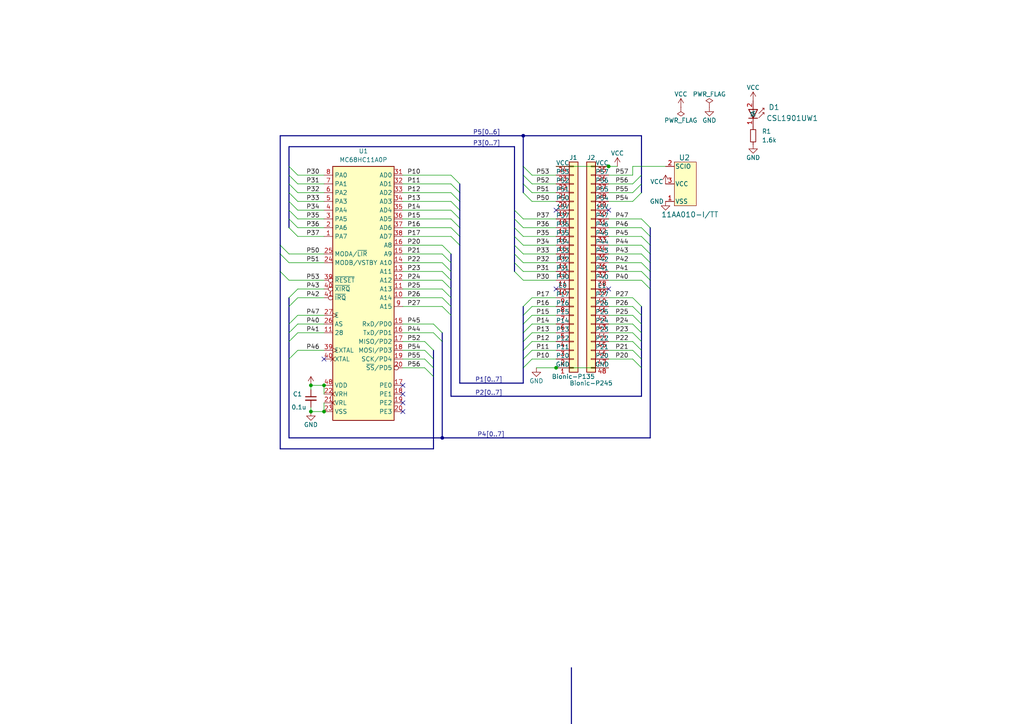
<source format=kicad_sch>
(kicad_sch (version 20230121) (generator eeschema)
  (paper "A4")
  (title_block (title "BionicMC68HC11A") (date "2024-03-27") (rev "2") (company "Tadashi G. Takaoka"))
  (lib_symbols
    (symbol "0-LocalLibrary:11AA010-I_TT" (pin_names (offset 0.254))
      (property "Reference" "U" (at 2.54 1.27 0))
      (property "Value" "11AA010-I/TT" (at 3.81 -13.97 0))
      (symbol "11AA010-I_TT_1_1"
        (rectangle (start 0 0) (end 6.35 -12.7) (fill (type background)))
        (pin power_in line (at -2.54 -11.43 0) (length 2.54) (name "VSS") (number "1"))
        (pin bidirectional line (at -2.54 -1.27 0) (length 2.54) (name "SCIO") (number "2"))
        (pin power_in line (at -2.54 -6.35 0) (length 2.54) (name "VCC") (number "3"))
      )
    )
    (symbol "0-LocalLibrary:Bionic-P135" (pin_names (offset 0))
      (property "Reference" "J" (at 0 30.48 0))
      (property "Value" "Bionic-P135" (at -1.27 -33.02 0))
      (symbol "Bionic-P135_1_1"
        (rectangle (start 0 -30.353) (end -1.27 -30.607) (stroke (width 0.1524)))
        (rectangle (start 0 -27.813) (end -1.27 -28.067) (stroke (width 0.1524)))
        (rectangle (start 0 -25.273) (end -1.27 -25.527) (stroke (width 0.1524)))
        (rectangle (start 0 -22.733) (end -1.27 -22.987) (stroke (width 0.1524)))
        (rectangle (start 0 -20.193) (end -1.27 -20.447) (stroke (width 0.1524)))
        (rectangle (start 0 -17.653) (end -1.27 -17.907) (stroke (width 0.1524)))
        (rectangle (start 0 -15.113) (end -1.27 -15.367) (stroke (width 0.1524)))
        (rectangle (start 0 -12.573) (end -1.27 -12.827) (stroke (width 0.1524)))
        (rectangle (start 0 -10.033) (end -1.27 -10.287) (stroke (width 0.1524)))
        (rectangle (start 0 -7.493) (end -1.27 -7.747) (stroke (width 0.1524)))
        (rectangle (start 0 -4.953) (end -1.27 -5.207) (stroke (width 0.1524)))
        (rectangle (start 0 -2.413) (end -1.27 -2.667) (stroke (width 0.1524)))
        (rectangle (start 0 0.127) (end -1.27 -0.127) (stroke (width 0.1524)))
        (rectangle (start 0 2.667) (end -1.27 2.413) (stroke (width 0.1524)))
        (rectangle (start 0 5.207) (end -1.27 4.953) (stroke (width 0.1524)))
        (rectangle (start 0 7.747) (end -1.27 7.493) (stroke (width 0.1524)))
        (rectangle (start 0 10.287) (end -1.27 10.033) (stroke (width 0.1524)))
        (rectangle (start 0 12.827) (end -1.27 12.573) (stroke (width 0.1524)))
        (rectangle (start 0 15.367) (end -1.27 15.113) (stroke (width 0.1524)))
        (rectangle (start 0 17.907) (end -1.27 17.653) (stroke (width 0.1524)))
        (rectangle (start 0 20.447) (end -1.27 20.193) (stroke (width 0.1524)))
        (rectangle (start 0 22.987) (end -1.27 22.733) (stroke (width 0.1524)))
        (rectangle (start 0 25.527) (end -1.27 25.273) (stroke (width 0.1524)))
        (rectangle (start 0 28.067) (end -1.27 27.813) (stroke (width 0.1524)))
        (rectangle (start 1.27 29.21) (end -1.27 -31.75) (stroke (width 0.254)) (fill (type background)))
        (pin power_in line (at -5.08 -30.48 0) (length 3.81) (name "GND") (number "1"))
        (pin bidirectional line (at -5.08 -7.62 0) (length 3.81) (name "E0") (number "10"))
        (pin bidirectional line (at -5.08 -5.08 0) (length 3.81) (name "P30") (number "11"))
        (pin bidirectional line (at -5.08 -2.54 0) (length 3.81) (name "P31") (number "12"))
        (pin bidirectional line (at -5.08 0 0) (length 3.81) (name "P32") (number "13"))
        (pin bidirectional line (at -5.08 2.54 0) (length 3.81) (name "P33") (number "14"))
        (pin bidirectional line (at -5.08 5.08 0) (length 3.81) (name "P34") (number "15"))
        (pin bidirectional line (at -5.08 7.62 0) (length 3.81) (name "P35") (number "16"))
        (pin bidirectional line (at -5.08 10.16 0) (length 3.81) (name "P36") (number "17"))
        (pin bidirectional line (at -5.08 12.7 0) (length 3.81) (name "P37") (number "18"))
        (pin power_in line (at -5.08 15.24 0) (length 3.81) (name "15V") (number "19"))
        (pin bidirectional line (at -5.08 -27.94 0) (length 3.81) (name "P10") (number "2"))
        (pin bidirectional line (at -5.08 17.78 0) (length 3.81) (name "P50") (number "20"))
        (pin bidirectional line (at -5.08 20.32 0) (length 3.81) (name "P51") (number "21"))
        (pin bidirectional line (at -5.08 22.86 0) (length 3.81) (name "P52") (number "22"))
        (pin bidirectional line (at -5.08 25.4 0) (length 3.81) (name "P53") (number "23"))
        (pin power_in line (at -5.08 27.94 0) (length 3.81) (name "VCC") (number "24"))
        (pin bidirectional line (at -5.08 -25.4 0) (length 3.81) (name "P11") (number "3"))
        (pin bidirectional line (at -5.08 -22.86 0) (length 3.81) (name "P12") (number "4"))
        (pin bidirectional line (at -5.08 -20.32 0) (length 3.81) (name "P13") (number "5"))
        (pin bidirectional line (at -5.08 -17.78 0) (length 3.81) (name "P14") (number "6"))
        (pin bidirectional line (at -5.08 -15.24 0) (length 3.81) (name "P15") (number "7"))
        (pin bidirectional line (at -5.08 -12.7 0) (length 3.81) (name "P16") (number "8"))
        (pin bidirectional line (at -5.08 -10.16 0) (length 3.81) (name "P17") (number "9"))
      )
    )
    (symbol "0-LocalLibrary:Bionic-P245" (pin_names (offset 0))
      (property "Reference" "J" (at -3.81 30.48 0))
      (property "Value" "Bionic-P245" (at -1.27 -33.02 0))
      (symbol "Bionic-P245_1_1"
        (rectangle (start -2.54 -30.607) (end -3.81 -30.353) (stroke (width 0.1524)))
        (rectangle (start -2.54 -28.067) (end -3.81 -27.813) (stroke (width 0.1524)))
        (rectangle (start -2.54 -25.527) (end -3.81 -25.273) (stroke (width 0.1524)))
        (rectangle (start -2.54 -22.987) (end -3.81 -22.733) (stroke (width 0.1524)))
        (rectangle (start -2.54 -20.447) (end -3.81 -20.193) (stroke (width 0.1524)))
        (rectangle (start -2.54 -17.907) (end -3.81 -17.653) (stroke (width 0.1524)))
        (rectangle (start -2.54 -15.367) (end -3.81 -15.113) (stroke (width 0.1524)))
        (rectangle (start -2.54 -12.827) (end -3.81 -12.573) (stroke (width 0.1524)))
        (rectangle (start -2.54 -10.287) (end -3.81 -10.033) (stroke (width 0.1524)))
        (rectangle (start -2.54 -7.747) (end -3.81 -7.493) (stroke (width 0.1524)))
        (rectangle (start -2.54 -5.207) (end -3.81 -4.953) (stroke (width 0.1524)))
        (rectangle (start -2.54 -2.667) (end -3.81 -2.413) (stroke (width 0.1524)))
        (rectangle (start -2.54 -0.127) (end -3.81 0.127) (stroke (width 0.1524)))
        (rectangle (start -2.54 2.413) (end -3.81 2.667) (stroke (width 0.1524)))
        (rectangle (start -2.54 4.953) (end -3.81 5.207) (stroke (width 0.1524)))
        (rectangle (start -2.54 7.493) (end -3.81 7.747) (stroke (width 0.1524)))
        (rectangle (start -2.54 10.033) (end -3.81 10.287) (stroke (width 0.1524)))
        (rectangle (start -2.54 12.573) (end -3.81 12.827) (stroke (width 0.1524)))
        (rectangle (start -2.54 15.113) (end -3.81 15.367) (stroke (width 0.1524)))
        (rectangle (start -2.54 17.653) (end -3.81 17.907) (stroke (width 0.1524)))
        (rectangle (start -2.54 20.193) (end -3.81 20.447) (stroke (width 0.1524)))
        (rectangle (start -2.54 22.733) (end -3.81 22.987) (stroke (width 0.1524)))
        (rectangle (start -2.54 25.273) (end -3.81 25.527) (stroke (width 0.1524)))
        (rectangle (start -2.54 27.813) (end -3.81 28.067) (stroke (width 0.1524)))
        (rectangle (start -2.54 29.21) (end -5.08 -31.75) (stroke (width 0.254)) (fill (type background)))
        (pin power_in line (at 1.27 27.94 180) (length 3.81) (name "VCC") (number "25"))
        (pin bidirectional line (at 1.27 25.4 180) (length 3.81) (name "P57") (number "26"))
        (pin bidirectional line (at 1.27 22.86 180) (length 3.81) (name "P56") (number "27"))
        (pin bidirectional line (at 1.27 20.32 180) (length 3.81) (name "P55") (number "28"))
        (pin bidirectional line (at 1.27 17.78 180) (length 3.81) (name "P54") (number "29"))
        (pin power_in line (at 1.27 15.24 180) (length 3.81) (name "15V") (number "30"))
        (pin bidirectional line (at 1.27 12.7 180) (length 3.81) (name "P47") (number "31"))
        (pin bidirectional line (at 1.27 10.16 180) (length 3.81) (name "P46") (number "32"))
        (pin bidirectional line (at 1.27 7.62 180) (length 3.81) (name "P45") (number "33"))
        (pin bidirectional line (at 1.27 5.08 180) (length 3.81) (name "P44") (number "34"))
        (pin bidirectional line (at 1.27 2.54 180) (length 3.81) (name "P43") (number "35"))
        (pin bidirectional line (at 1.27 0 180) (length 3.81) (name "P42") (number "36"))
        (pin bidirectional line (at 1.27 -2.54 180) (length 3.81) (name "P41") (number "37"))
        (pin bidirectional line (at 1.27 -5.08 180) (length 3.81) (name "P40") (number "38"))
        (pin bidirectional line (at 1.27 -7.62 180) (length 3.81) (name "E1") (number "39"))
        (pin bidirectional line (at 1.27 -10.16 180) (length 3.81) (name "P27") (number "40"))
        (pin bidirectional line (at 1.27 -12.7 180) (length 3.81) (name "P26") (number "41"))
        (pin bidirectional line (at 1.27 -15.24 180) (length 3.81) (name "P25") (number "42"))
        (pin bidirectional line (at 1.27 -17.78 180) (length 3.81) (name "P24") (number "43"))
        (pin bidirectional line (at 1.27 -20.32 180) (length 3.81) (name "P23") (number "44"))
        (pin bidirectional line (at 1.27 -22.86 180) (length 3.81) (name "P22") (number "45"))
        (pin bidirectional line (at 1.27 -25.4 180) (length 3.81) (name "P21") (number "46"))
        (pin bidirectional line (at 1.27 -27.94 180) (length 3.81) (name "P20") (number "47"))
        (pin power_in line (at 1.27 -30.48 180) (length 3.81) (name "GND") (number "48"))
      )
    )
    (symbol "0-LocalLibrary:CSL1901UW1" (pin_names (offset 0.254))
      (property "Reference" "D" (at 3.81 -2.54 0))
      (property "Value" "CSL1901UW1" (at 3.81 -5.08 0))
      (symbol "CSL1901UW1_0_1"
        (polyline (pts (xy 2.159 3.175) (xy 2.667 3.175)))
        (polyline (pts (xy 2.54 0) (xy 5.08 0)))
        (polyline (pts (xy 5.08 1.27) (xy 5.08 -1.27)) (stroke (width 0.254)))
        (polyline (pts (xy 3.683 1.651) (xy 2.159 3.175) (xy 2.159 2.667)))
        (polyline (pts (xy 2.54 -1.27) (xy 5.08 0) (xy 2.54 1.27) (xy 2.54 -1.27)) (stroke (width 0.254)))
        (polyline (pts (xy 4.953 1.651) (xy 3.429 3.175) (xy 3.429 2.667) (xy 3.429 3.175) (xy 3.937 3.175)))
      )
      (symbol "CSL1901UW1_1_1"
        (pin passive line (at 7.62 0 180) (length 2.54) (name "K") (number "1"))
        (pin passive line (at 0 0 0) (length 2.54) (name "A") (number "2"))
      )
      (symbol "CSL1901UW1_1_2"
        (polyline (pts (xy -5.08 7.62) (xy -4.445 8.255)) (stroke (width 0.2032)))
        (polyline (pts (xy -5.08 8.255) (xy -5.08 7.62)) (stroke (width 0.2032)))
        (polyline (pts (xy -4.445 6.35) (xy -3.81 6.985)) (stroke (width 0.2032)))
        (polyline (pts (xy -4.445 8.255) (xy -5.08 8.255)) (stroke (width 0.2032)))
        (polyline (pts (xy -4.445 9.525) (xy -3.81 10.16)) (stroke (width 0.2032)))
        (polyline (pts (xy -4.445 10.16) (xy -4.445 9.525)) (stroke (width 0.2032)))
        (polyline (pts (xy -3.81 6.985) (xy -5.08 8.255)) (stroke (width 0.2032)))
        (polyline (pts (xy -3.81 8.255) (xy -3.175 8.89)) (stroke (width 0.2032)))
        (polyline (pts (xy -3.81 10.16) (xy -4.445 10.16)) (stroke (width 0.2032)))
        (polyline (pts (xy -3.175 5.08) (xy -4.445 6.35)) (stroke (width 0.2032)))
        (polyline (pts (xy -3.175 8.89) (xy -4.445 10.16)) (stroke (width 0.2032)))
        (polyline (pts (xy -2.54 6.985) (xy -3.81 8.255)) (stroke (width 0.2032)))
        (polyline (pts (xy -1.905 3.81) (xy 1.905 3.81)) (stroke (width 0.2032)))
        (polyline (pts (xy 0 2.54) (xy 0 3.4798)) (stroke (width 0.2032)))
        (polyline (pts (xy 0 3.175) (xy 0 3.81)) (stroke (width 0.2032)))
        (polyline (pts (xy 0 6.35) (xy -1.905 3.81)) (stroke (width 0.2032)))
        (polyline (pts (xy 0 6.35) (xy 0 7.62)) (stroke (width 0.2032)))
        (polyline (pts (xy 1.905 3.81) (xy 0 6.35)) (stroke (width 0.2032)))
        (polyline (pts (xy 1.905 6.35) (xy -1.905 6.35)) (stroke (width 0.2032)))
        (pin unspecified line (at 0 10.16 270) (length 2.54) (name "") (number "1"))
        (pin unspecified line (at 0 0 90) (length 2.54) (name "") (number "2"))
      )
    )
    (symbol "0-LocalLibrary:MC68HC11A0P"
      (property "Reference" "U" (at -1.27 31.75 0))
      (property "Value" "MC68HC11A0P" (at 0 -11.43 90))
      (symbol "MC68HC11A0P_0_1"
        (rectangle (start -8.89 -43.18) (end 8.89 30.48) (stroke (width 0.254)) (fill (type background)))
      )
      (symbol "MC68HC11A0P_1_1"
        (pin bidirectional line (at -11.43 10.16 0) (length 2.54) (name "PA7") (number "1"))
        (pin output line (at 11.43 -7.62 180) (length 2.54) (name "A14") (number "10"))
        (pin output line (at -11.43 -17.78 0) (length 2.54) (name "28") (number "11"))
        (pin output line (at 11.43 -5.08 180) (length 2.54) (name "A13") (number "11"))
        (pin output line (at 11.43 -2.54 180) (length 2.54) (name "A12") (number "12"))
        (pin output line (at 11.43 0 180) (length 2.54) (name "A11") (number "13"))
        (pin output line (at 11.43 2.54 180) (length 2.54) (name "A10") (number "14"))
        (pin output line (at 11.43 5.08 180) (length 2.54) (name "A9") (number "15"))
        (pin input line (at 11.43 -15.24 180) (length 2.54) (name "RxD/PD0") (number "15"))
        (pin output line (at 11.43 7.62 180) (length 2.54) (name "A8") (number "16"))
        (pin output line (at 11.43 -17.78 180) (length 2.54) (name "TxD/PD1") (number "16"))
        (pin input line (at 11.43 -20.32 180) (length 2.54) (name "MISO/PD2") (number "17"))
        (pin bidirectional line (at 11.43 -33.02 180) (length 2.54) (name "PE0") (number "17"))
        (pin output line (at 11.43 -22.86 180) (length 2.54) (name "MOSI/PD3") (number "18"))
        (pin bidirectional line (at 11.43 -35.56 180) (length 2.54) (name "PE1") (number "18"))
        (pin bidirectional line (at 11.43 -38.1 180) (length 2.54) (name "PE2") (number "19"))
        (pin output line (at 11.43 -25.4 180) (length 2.54) (name "SCK/PD4") (number "19"))
        (pin bidirectional line (at -11.43 12.7 0) (length 2.54) (name "PA6") (number "2"))
        (pin bidirectional line (at 11.43 -40.64 180) (length 2.54) (name "PE3") (number "20"))
        (pin output inverted (at 11.43 -27.94 180) (length 2.54) (name "~{SS}/PD5") (number "20"))
        (pin passive non_logic (at -11.43 -38.1 0) (length 2.54) (name "VRL") (number "21"))
        (pin passive non_logic (at -11.43 -35.56 0) (length 2.54) (name "VRH") (number "22"))
        (pin power_in line (at -11.43 -40.64 0) (length 2.54) (name "VSS") (number "23"))
        (pin input line (at -11.43 2.54 0) (length 2.54) (name "MODB/VSTBY") (number "24"))
        (pin bidirectional line (at -11.43 5.08 0) (length 2.54) (name "MODA/~{LIR}") (number "25"))
        (pin output line (at -11.43 -15.24 0) (length 2.54) (name "AS") (number "26"))
        (pin output clock (at -11.43 -12.7 0) (length 2.54) (name "E") (number "27"))
        (pin bidirectional line (at -11.43 15.24 0) (length 2.54) (name "PA5") (number "3"))
        (pin bidirectional line (at 11.43 27.94 180) (length 2.54) (name "AD0") (number "31"))
        (pin bidirectional line (at 11.43 25.4 180) (length 2.54) (name "AD1") (number "32"))
        (pin bidirectional line (at 11.43 22.86 180) (length 2.54) (name "AD2") (number "33"))
        (pin bidirectional line (at 11.43 20.32 180) (length 2.54) (name "AD3") (number "34"))
        (pin bidirectional line (at 11.43 17.78 180) (length 2.54) (name "AD4") (number "35"))
        (pin bidirectional line (at 11.43 15.24 180) (length 2.54) (name "AD5") (number "36"))
        (pin bidirectional line (at 11.43 12.7 180) (length 2.54) (name "AD6") (number "37"))
        (pin bidirectional line (at 11.43 10.16 180) (length 2.54) (name "AD7") (number "38"))
        (pin input clock (at -11.43 -22.86 0) (length 2.54) (name "EXTAL") (number "39"))
        (pin bidirectional inverted (at -11.43 -2.54 0) (length 2.54) (name "~{RESET}") (number "39"))
        (pin bidirectional line (at -11.43 17.78 0) (length 2.54) (name "PA4") (number "4"))
        (pin output non_logic (at -11.43 -25.4 0) (length 2.54) (name "XTAL") (number "40"))
        (pin input inverted (at -11.43 -5.08 0) (length 2.54) (name "~{XIRQ}") (number "40"))
        (pin input inverted (at -11.43 -7.62 0) (length 2.54) (name "~{IRQ}") (number "41"))
        (pin power_in line (at -11.43 -33.02 0) (length 2.54) (name "VDD") (number "48"))
        (pin bidirectional line (at -11.43 20.32 0) (length 2.54) (name "PA3") (number "5"))
        (pin bidirectional line (at -11.43 22.86 0) (length 2.54) (name "PA2") (number "6"))
        (pin bidirectional line (at -11.43 25.4 0) (length 2.54) (name "PA1") (number "7"))
        (pin bidirectional line (at -11.43 27.94 0) (length 2.54) (name "PA0") (number "8"))
        (pin output line (at 11.43 -10.16 180) (length 2.54) (name "A15") (number "9"))
      )
    )
    (symbol "Device:C_Small" (pin_numbers hide) (pin_names (offset 0.254) hide)
      (property "Reference" "C" (at 0.254 1.778 0))
      (property "Value" "C_Small" (at 0.254 -2.032 0))
      (symbol "C_Small_0_1"
        (polyline (pts (xy -1.524 -0.508) (xy 1.524 -0.508)) (stroke (width 0.3302)))
        (polyline (pts (xy -1.524 0.508) (xy 1.524 0.508)) (stroke (width 0.3048)))
      )
      (symbol "C_Small_1_1"
        (pin passive line (at 0 2.54 270) (length 2.032) (name "~") (number "1"))
        (pin passive line (at 0 -2.54 90) (length 2.032) (name "~") (number "2"))
      )
    )
    (symbol "Device:R_Small" (pin_numbers hide) (pin_names (offset 0.254) hide)
      (property "Reference" "R" (at 0.762 0.508 0))
      (property "Value" "R_Small" (at 0.762 -1.016 0))
      (symbol "R_Small_0_1"
        (rectangle (start -0.762 1.778) (end 0.762 -1.778) (stroke (width 0.2032)))
      )
      (symbol "R_Small_1_1"
        (pin passive line (at 0 2.54 270) (length 0.762) (name "~") (number "1"))
        (pin passive line (at 0 -2.54 90) (length 0.762) (name "~") (number "2"))
      )
    )
    (symbol "power:GND" (power) (pin_names (offset 0))
      (property "Value" "GND" (at 0 -3.81 0))
      (symbol "GND_0_1"
        (polyline (pts (xy 0 0) (xy 0 -1.27) (xy 1.27 -1.27) (xy 0 -2.54) (xy -1.27 -1.27) (xy 0 -1.27)))
      )
      (symbol "GND_1_1"
        (pin power_in line (at 0 0 270) (length 0) hide (name "GND") (number "1"))
      )
    )
    (symbol "power:PWR_FLAG" (power) (pin_numbers hide) (pin_names (offset 0) hide)
      (property "Value" "PWR_FLAG" (at 0 3.81 0))
      (symbol "PWR_FLAG_0_0"
        (pin power_out line (at 0 0 90) (length 0) (name "pwr") (number "1"))
      )
      (symbol "PWR_FLAG_0_1"
        (polyline (pts (xy 0 0) (xy 0 1.27) (xy -1.016 1.905) (xy 0 2.54) (xy 1.016 1.905) (xy 0 1.27)))
      )
    )
    (symbol "power:VCC" (power) (pin_names (offset 0))
      (property "Value" "VCC" (at 0 3.81 0))
      (symbol "VCC_0_1"
        (polyline (pts (xy -0.762 1.27) (xy 0 2.54)))
        (polyline (pts (xy 0 0) (xy 0 2.54)))
        (polyline (pts (xy 0 2.54) (xy 0.762 1.27)))
      )
      (symbol "VCC_1_1"
        (pin power_in line (at 0 0 90) (length 0) hide (name "VCC") (number "1"))
      )
    )
  )
  (junction (at 90.17 119.38))
  (junction (at 128.27 127))
  (junction (at 161.29 106.68))
  (junction (at 90.17 111.76))
  (junction (at 93.98 111.76))
  (junction (at 93.98 119.38))
  (junction (at 151.765 39.37))
  (junction (at 176.53 48.26))
  (no_connect (at 93.98 104.14))
  (no_connect (at 116.84 111.76))
  (no_connect (at 116.84 116.84))
  (no_connect (at 161.29 83.82))
  (no_connect (at 116.84 114.3))
  (no_connect (at 176.53 60.96))
  (no_connect (at 116.84 119.38))
  (no_connect (at 176.53 83.82))
  (no_connect (at 161.29 60.96))
  (bus_entry (at 130.81 55.88) (size 2.54 2.54))
  (bus_entry (at 188.595 66.04) (size -2.54 -2.54))
  (bus_entry (at 130.81 63.5) (size 2.54 2.54))
  (bus_entry (at 183.515 101.6) (size 2.54 2.54))
  (bus_entry (at 130.81 68.58) (size 2.54 2.54))
  (bus_entry (at 154.305 93.98) (size -2.54 2.54))
  (bus_entry (at 83.82 96.52) (size 2.54 -2.54))
  (bus_entry (at 154.305 50.8) (size -2.54 -2.54))
  (bus_entry (at 123.19 99.06) (size 2.54 2.54))
  (bus_entry (at 123.19 104.14) (size 2.54 2.54))
  (bus_entry (at 186.055 53.34) (size -2.54 2.54))
  (bus_entry (at 188.595 83.82) (size -2.54 -2.54))
  (bus_entry (at 130.81 76.2) (size -2.54 -2.54))
  (bus_entry (at 149.225 60.96) (size 2.54 2.54))
  (bus_entry (at 83.82 86.36) (size 2.54 -2.54))
  (bus_entry (at 83.82 66.04) (size 2.54 2.54))
  (bus_entry (at 130.81 60.96) (size 2.54 2.54))
  (bus_entry (at 130.81 78.74) (size -2.54 -2.54))
  (bus_entry (at 83.82 48.26) (size 2.54 2.54))
  (bus_entry (at 154.305 58.42) (size -2.54 -2.54))
  (bus_entry (at 183.515 91.44) (size 2.54 2.54))
  (bus_entry (at 128.27 88.9) (size 2.54 2.54))
  (bus_entry (at 149.225 63.5) (size 2.54 2.54))
  (bus_entry (at 83.82 55.88) (size 2.54 2.54))
  (bus_entry (at 123.19 101.6) (size 2.54 2.54))
  (bus_entry (at 81.28 73.66) (size 2.54 2.54))
  (bus_entry (at 186.055 50.8) (size -2.54 2.54))
  (bus_entry (at 183.515 93.98) (size 2.54 2.54))
  (bus_entry (at 130.81 88.9) (size -2.54 -2.54))
  (bus_entry (at 149.225 78.74) (size 2.54 2.54))
  (bus_entry (at 83.82 53.34) (size 2.54 2.54))
  (bus_entry (at 83.82 88.9) (size 2.54 -2.54))
  (bus_entry (at 83.82 104.14) (size 2.54 -2.54))
  (bus_entry (at 149.225 71.12) (size 2.54 2.54))
  (bus_entry (at 154.305 104.14) (size -2.54 2.54))
  (bus_entry (at 183.515 96.52) (size 2.54 2.54))
  (bus_entry (at 154.305 99.06) (size -2.54 2.54))
  (bus_entry (at 130.81 73.66) (size -2.54 -2.54))
  (bus_entry (at 154.305 96.52) (size -2.54 2.54))
  (bus_entry (at 149.225 66.04) (size 2.54 2.54))
  (bus_entry (at 125.73 96.52) (size 2.54 2.54))
  (bus_entry (at 183.515 86.36) (size 2.54 2.54))
  (bus_entry (at 154.305 91.44) (size -2.54 2.54))
  (bus_entry (at 83.82 99.06) (size 2.54 -2.54))
  (bus_entry (at 188.595 78.74) (size -2.54 -2.54))
  (bus_entry (at 83.82 50.8) (size 2.54 2.54))
  (bus_entry (at 81.28 71.12) (size 2.54 2.54))
  (bus_entry (at 183.515 104.14) (size 2.54 2.54))
  (bus_entry (at 83.82 58.42) (size 2.54 2.54))
  (bus_entry (at 130.81 86.36) (size -2.54 -2.54))
  (bus_entry (at 83.82 60.96) (size 2.54 2.54))
  (bus_entry (at 130.81 53.34) (size 2.54 2.54))
  (bus_entry (at 81.28 78.74) (size 2.54 2.54))
  (bus_entry (at 154.305 86.36) (size -2.54 2.54))
  (bus_entry (at 154.305 88.9) (size -2.54 2.54))
  (bus_entry (at 151.765 50.8) (size 2.54 2.54))
  (bus_entry (at 149.225 68.58) (size 2.54 2.54))
  (bus_entry (at 130.81 50.8) (size 2.54 2.54))
  (bus_entry (at 183.515 99.06) (size 2.54 2.54))
  (bus_entry (at 183.515 88.9) (size 2.54 2.54))
  (bus_entry (at 130.81 66.04) (size 2.54 2.54))
  (bus_entry (at 186.055 55.88) (size -2.54 2.54))
  (bus_entry (at 130.81 83.82) (size -2.54 -2.54))
  (bus_entry (at 154.305 101.6) (size -2.54 2.54))
  (bus_entry (at 83.82 93.98) (size 2.54 -2.54))
  (bus_entry (at 130.81 81.28) (size -2.54 -2.54))
  (bus_entry (at 188.595 71.12) (size -2.54 -2.54))
  (bus_entry (at 188.595 76.2) (size -2.54 -2.54))
  (bus_entry (at 188.595 73.66) (size -2.54 -2.54))
  (bus_entry (at 83.82 63.5) (size 2.54 2.54))
  (bus_entry (at 149.225 76.2) (size 2.54 2.54))
  (bus_entry (at 125.73 93.98) (size 2.54 2.54))
  (bus_entry (at 130.81 58.42) (size 2.54 2.54))
  (bus_entry (at 123.19 106.68) (size 2.54 2.54))
  (bus_entry (at 154.305 55.88) (size -2.54 -2.54))
  (bus_entry (at 188.595 68.58) (size -2.54 -2.54))
  (bus_entry (at 149.225 73.66) (size 2.54 2.54))
  (bus_entry (at 188.595 81.28) (size -2.54 -2.54))
  (bus (pts (xy 186.055 96.52) (xy 186.055 99.06)))
  (wire (pts (xy 116.84 71.12) (xy 128.27 71.12)))
  (wire (pts (xy 154.305 58.42) (xy 161.29 58.42)))
  (wire (pts (xy 154.305 55.88) (xy 161.29 55.88)))
  (bus (pts (xy 188.595 78.74) (xy 188.595 76.2)))
  (bus (pts (xy 151.765 93.98) (xy 151.765 91.44)))
  (bus (pts (xy 186.055 99.06) (xy 186.055 101.6)))
  (wire (pts (xy 176.53 78.74) (xy 186.055 78.74)))
  (wire (pts (xy 176.53 58.42) (xy 183.515 58.42)))
  (wire (pts (xy 176.53 104.14) (xy 183.515 104.14)))
  (wire (pts (xy 90.17 111.76) (xy 90.17 113.03)))
  (bus (pts (xy 186.055 39.37) (xy 151.765 39.37)))
  (wire (pts (xy 83.82 76.2) (xy 93.98 76.2)))
  (wire (pts (xy 151.765 66.04) (xy 161.29 66.04)))
  (bus (pts (xy 133.35 68.58) (xy 133.35 66.04)))
  (wire (pts (xy 116.84 96.52) (xy 125.73 96.52)))
  (bus (pts (xy 83.82 127) (xy 128.27 127)))
  (bus (pts (xy 83.82 60.96) (xy 83.82 63.5)))
  (bus (pts (xy 186.055 55.88) (xy 186.055 53.34)))
  (bus (pts (xy 149.225 63.5) (xy 149.225 66.04)))
  (wire (pts (xy 116.84 104.14) (xy 123.19 104.14)))
  (bus (pts (xy 133.35 60.96) (xy 133.35 58.42)))
  (wire (pts (xy 116.84 86.36) (xy 128.27 86.36)))
  (wire (pts (xy 116.84 55.88) (xy 130.81 55.88)))
  (wire (pts (xy 154.305 53.34) (xy 161.29 53.34)))
  (wire (pts (xy 86.36 93.98) (xy 93.98 93.98)))
  (bus (pts (xy 151.765 96.52) (xy 151.765 93.98)))
  (bus (pts (xy 133.35 71.12) (xy 133.35 111.125)))
  (bus (pts (xy 133.35 58.42) (xy 133.35 55.88)))
  (wire (pts (xy 86.36 66.04) (xy 93.98 66.04)))
  (bus (pts (xy 188.595 71.12) (xy 188.595 68.58)))
  (wire (pts (xy 116.84 106.68) (xy 123.19 106.68)))
  (bus (pts (xy 188.595 81.28) (xy 188.595 78.74)))
  (bus (pts (xy 130.81 86.36) (xy 130.81 83.82)))
  (bus (pts (xy 83.82 50.8) (xy 83.82 53.34)))
  (wire (pts (xy 116.84 101.6) (xy 123.19 101.6)))
  (wire (pts (xy 183.515 50.8) (xy 183.515 48.26)))
  (wire (pts (xy 116.84 99.06) (xy 123.19 99.06)))
  (bus (pts (xy 130.81 114.935) (xy 186.055 114.935)))
  (wire (pts (xy 86.36 63.5) (xy 93.98 63.5)))
  (bus (pts (xy 151.765 55.88) (xy 151.765 53.34)))
  (bus (pts (xy 81.28 73.66) (xy 81.28 71.12)))
  (wire (pts (xy 176.53 91.44) (xy 183.515 91.44)))
  (wire (pts (xy 86.36 101.6) (xy 93.98 101.6)))
  (bus (pts (xy 83.82 42.545) (xy 83.82 48.26)))
  (wire (pts (xy 86.36 91.44) (xy 93.98 91.44)))
  (wire (pts (xy 116.84 88.9) (xy 128.27 88.9)))
  (wire (pts (xy 83.82 81.28) (xy 93.98 81.28)))
  (bus (pts (xy 149.225 78.74) (xy 149.225 76.2)))
  (wire (pts (xy 83.82 73.66) (xy 93.98 73.66)))
  (bus (pts (xy 83.82 48.26) (xy 83.82 50.8)))
  (bus (pts (xy 83.82 58.42) (xy 83.82 60.96)))
  (wire (pts (xy 183.515 48.26) (xy 193.04 48.26)))
  (wire (pts (xy 116.84 66.04) (xy 130.81 66.04)))
  (wire (pts (xy 176.53 71.12) (xy 186.055 71.12)))
  (bus (pts (xy 130.81 91.44) (xy 130.81 114.935)))
  (bus (pts (xy 130.81 76.2) (xy 130.81 73.66)))
  (wire (pts (xy 161.29 48.26) (xy 176.53 48.26)))
  (bus (pts (xy 151.765 106.68) (xy 151.765 104.14)))
  (bus (pts (xy 151.765 39.37) (xy 151.765 48.26)))
  (wire (pts (xy 86.36 86.36) (xy 93.98 86.36)))
  (wire (pts (xy 93.98 116.84) (xy 93.98 119.38)))
  (wire (pts (xy 90.17 118.11) (xy 90.17 119.38)))
  (bus (pts (xy 81.28 78.74) (xy 81.28 130.175)))
  (bus (pts (xy 151.765 111.125) (xy 151.765 106.68)))
  (wire (pts (xy 155.575 106.68) (xy 161.29 106.68)))
  (bus (pts (xy 83.82 93.98) (xy 83.82 96.52)))
  (bus (pts (xy 128.27 96.52) (xy 128.27 99.06)))
  (wire (pts (xy 176.53 66.04) (xy 186.055 66.04)))
  (wire (pts (xy 151.765 73.66) (xy 161.29 73.66)))
  (bus (pts (xy 125.73 109.22) (xy 125.73 130.175)))
  (wire (pts (xy 176.53 53.34) (xy 183.515 53.34)))
  (bus (pts (xy 151.765 53.34) (xy 151.765 50.8)))
  (bus (pts (xy 188.595 68.58) (xy 188.595 66.04)))
  (wire (pts (xy 176.53 55.88) (xy 183.515 55.88)))
  (wire (pts (xy 151.765 68.58) (xy 161.29 68.58)))
  (bus (pts (xy 81.28 78.74) (xy 81.28 73.66)))
  (wire (pts (xy 151.765 71.12) (xy 161.29 71.12)))
  (bus (pts (xy 186.055 91.44) (xy 186.055 93.98)))
  (bus (pts (xy 149.225 73.66) (xy 149.225 71.12)))
  (bus (pts (xy 149.225 66.04) (xy 149.225 68.58)))
  (wire (pts (xy 116.84 63.5) (xy 130.81 63.5)))
  (wire (pts (xy 151.765 78.74) (xy 161.29 78.74)))
  (wire (pts (xy 176.53 81.28) (xy 186.055 81.28)))
  (wire (pts (xy 154.305 93.98) (xy 161.29 93.98)))
  (wire (pts (xy 116.84 81.28) (xy 128.27 81.28)))
  (bus (pts (xy 149.225 68.58) (xy 149.225 71.12)))
  (wire (pts (xy 154.305 96.52) (xy 161.29 96.52)))
  (wire (pts (xy 116.84 68.58) (xy 130.81 68.58)))
  (wire (pts (xy 176.53 101.6) (xy 183.515 101.6)))
  (bus (pts (xy 125.73 106.68) (xy 125.73 109.22)))
  (wire (pts (xy 116.84 53.34) (xy 130.81 53.34)))
  (bus (pts (xy 81.28 39.37) (xy 81.28 71.12)))
  (wire (pts (xy 86.36 68.58) (xy 93.98 68.58)))
  (wire (pts (xy 176.53 93.98) (xy 183.515 93.98)))
  (bus (pts (xy 133.35 68.58) (xy 133.35 71.12)))
  (wire (pts (xy 161.29 106.68) (xy 176.53 106.68)))
  (wire (pts (xy 86.36 58.42) (xy 93.98 58.42)))
  (wire (pts (xy 86.36 53.34) (xy 93.98 53.34)))
  (bus (pts (xy 151.765 104.14) (xy 151.765 101.6)))
  (wire (pts (xy 176.53 76.2) (xy 186.055 76.2)))
  (wire (pts (xy 151.765 76.2) (xy 161.29 76.2)))
  (bus (pts (xy 149.225 60.96) (xy 149.225 42.545)))
  (wire (pts (xy 93.98 111.76) (xy 93.98 114.3)))
  (bus (pts (xy 151.765 50.8) (xy 151.765 48.26)))
  (wire (pts (xy 154.305 104.14) (xy 161.29 104.14)))
  (bus (pts (xy 83.82 53.34) (xy 83.82 55.88)))
  (bus (pts (xy 125.73 130.175) (xy 81.28 130.175)))
  (wire (pts (xy 90.17 111.76) (xy 93.98 111.76)))
  (bus (pts (xy 188.595 83.82) (xy 188.595 127)))
  (wire (pts (xy 176.53 50.8) (xy 183.515 50.8)))
  (wire (pts (xy 154.305 88.9) (xy 161.29 88.9)))
  (wire (pts (xy 154.305 50.8) (xy 161.29 50.8)))
  (bus (pts (xy 83.82 63.5) (xy 83.82 66.04)))
  (wire (pts (xy 176.53 88.9) (xy 183.515 88.9)))
  (bus (pts (xy 133.35 55.88) (xy 133.35 53.34)))
  (wire (pts (xy 116.84 60.96) (xy 130.81 60.96)))
  (bus (pts (xy 83.82 88.9) (xy 83.82 93.98)))
  (bus (pts (xy 186.055 104.14) (xy 186.055 106.68)))
  (wire (pts (xy 86.36 83.82) (xy 93.98 83.82)))
  (bus (pts (xy 81.28 39.37) (xy 151.765 39.37)))
  (bus (pts (xy 149.225 60.96) (xy 149.225 63.5)))
  (wire (pts (xy 86.36 60.96) (xy 93.98 60.96)))
  (bus (pts (xy 125.73 104.14) (xy 125.73 106.68)))
  (wire (pts (xy 116.84 58.42) (xy 130.81 58.42)))
  (wire (pts (xy 116.84 50.8) (xy 130.81 50.8)))
  (bus (pts (xy 188.595 73.66) (xy 188.595 71.12)))
  (wire (pts (xy 116.84 83.82) (xy 128.27 83.82)))
  (wire (pts (xy 116.84 73.66) (xy 128.27 73.66)))
  (bus (pts (xy 128.27 127) (xy 188.595 127)))
  (bus (pts (xy 186.055 106.68) (xy 186.055 114.935)))
  (bus (pts (xy 130.81 81.28) (xy 130.81 78.74)))
  (wire (pts (xy 86.36 55.88) (xy 93.98 55.88)))
  (bus (pts (xy 133.35 111.125) (xy 151.765 111.125)))
  (wire (pts (xy 86.36 50.8) (xy 93.98 50.8)))
  (bus (pts (xy 83.82 99.06) (xy 83.82 104.14)))
  (bus (pts (xy 186.055 88.9) (xy 186.055 91.44)))
  (bus (pts (xy 83.82 42.545) (xy 149.225 42.545)))
  (wire (pts (xy 90.17 119.38) (xy 93.98 119.38)))
  (bus (pts (xy 83.82 86.36) (xy 83.82 88.9)))
  (bus (pts (xy 149.225 76.2) (xy 149.225 73.66)))
  (wire (pts (xy 154.305 101.6) (xy 161.29 101.6)))
  (bus (pts (xy 133.35 63.5) (xy 133.35 60.96)))
  (wire (pts (xy 176.53 48.26) (xy 179.07 48.26)))
  (bus (pts (xy 125.73 101.6) (xy 125.73 104.14)))
  (bus (pts (xy 151.765 99.06) (xy 151.765 96.52)))
  (bus (pts (xy 186.055 50.8) (xy 186.055 39.37)))
  (wire (pts (xy 176.53 86.36) (xy 183.515 86.36)))
  (bus (pts (xy 165.735 193.675) (xy 165.735 219.075)))
  (bus (pts (xy 130.81 88.9) (xy 130.81 86.36)))
  (bus (pts (xy 130.81 78.74) (xy 130.81 76.2)))
  (bus (pts (xy 186.055 101.6) (xy 186.055 104.14)))
  (bus (pts (xy 188.595 83.82) (xy 188.595 81.28)))
  (bus (pts (xy 186.055 93.98) (xy 186.055 96.52)))
  (wire (pts (xy 154.305 99.06) (xy 161.29 99.06)))
  (bus (pts (xy 151.765 101.6) (xy 151.765 99.06)))
  (wire (pts (xy 176.53 96.52) (xy 183.515 96.52)))
  (wire (pts (xy 151.765 63.5) (xy 161.29 63.5)))
  (bus (pts (xy 188.595 76.2) (xy 188.595 73.66)))
  (bus (pts (xy 186.055 53.34) (xy 186.055 50.8)))
  (bus (pts (xy 128.27 99.06) (xy 128.27 127)))
  (wire (pts (xy 154.305 91.44) (xy 161.29 91.44)))
  (wire (pts (xy 176.53 73.66) (xy 186.055 73.66)))
  (wire (pts (xy 176.53 68.58) (xy 186.055 68.58)))
  (bus (pts (xy 83.82 96.52) (xy 83.82 99.06)))
  (bus (pts (xy 83.82 104.14) (xy 83.82 127)))
  (wire (pts (xy 116.84 93.98) (xy 125.73 93.98)))
  (bus (pts (xy 83.82 55.88) (xy 83.82 58.42)))
  (wire (pts (xy 176.53 63.5) (xy 186.055 63.5)))
  (bus (pts (xy 130.81 91.44) (xy 130.81 88.9)))
  (wire (pts (xy 116.84 76.2) (xy 128.27 76.2)))
  (wire (pts (xy 176.53 99.06) (xy 183.515 99.06)))
  (wire (pts (xy 116.84 78.74) (xy 128.27 78.74)))
  (wire (pts (xy 86.36 96.52) (xy 93.98 96.52)))
  (wire (pts (xy 151.765 81.28) (xy 161.29 81.28)))
  (bus (pts (xy 133.35 66.04) (xy 133.35 63.5)))
  (bus (pts (xy 130.81 83.82) (xy 130.81 81.28)))
  (bus (pts (xy 151.765 91.44) (xy 151.765 88.9)))
  (wire (pts (xy 154.305 86.36) (xy 161.29 86.36)))
  (label "P30" (at 92.71 50.8 180))
  (label "P47" (at 92.71 91.44 180))
  (label "P24" (at 118.11 81.28 0))
  (label "P5[0..6]" (at 137.16 39.37 0))
  (label "P15" (at 118.11 63.5 0))
  (label "P55" (at 178.435 55.88 0))
  (label "P3[0..7]" (at 137.16 42.545 0))
  (label "P45" (at 178.435 68.58 0))
  (label "P37" (at 159.385 63.5 180))
  (label "P27" (at 118.11 88.9 0))
  (label "P26" (at 118.11 86.36 0))
  (label "P10" (at 159.385 104.14 180))
  (label "P24" (at 178.435 93.98 0))
  (label "P14" (at 159.385 93.98 180))
  (label "P14" (at 118.11 60.96 0))
  (label "P11" (at 118.11 53.34 0))
  (label "P57" (at 178.435 50.8 0))
  (label "P52" (at 118.11 99.06 0))
  (label "P36" (at 159.385 66.04 180))
  (label "P12" (at 118.11 55.88 0))
  (label "P20" (at 178.435 104.14 0))
  (label "P46" (at 178.435 66.04 0))
  (label "P13" (at 118.11 58.42 0))
  (label "P25" (at 118.11 83.82 0))
  (label "P36" (at 92.71 66.04 180))
  (label "P34" (at 159.385 71.12 180))
  (label "P21" (at 118.11 73.66 0))
  (label "P33" (at 92.71 58.42 180))
  (label "P53" (at 159.385 50.8 180))
  (label "P15" (at 159.385 91.44 180))
  (label "P37" (at 92.71 68.58 180))
  (label "P32" (at 92.71 55.88 180))
  (label "P54" (at 118.11 101.6 0))
  (label "P45" (at 118.11 93.98 0))
  (label "P13" (at 159.385 96.52 180))
  (label "P30" (at 159.385 81.28 180))
  (label "P23" (at 118.11 78.74 0))
  (label "P17" (at 118.11 68.58 0))
  (label "P34" (at 92.71 60.96 180))
  (label "P50" (at 159.385 58.42 180))
  (label "P4[0..7]" (at 138.43 127 0))
  (label "P40" (at 178.435 81.28 0))
  (label "P17" (at 159.385 86.36 180))
  (label "P40" (at 92.71 93.98 180))
  (label "P42" (at 178.435 76.2 0))
  (label "P55" (at 118.11 104.14 0))
  (label "P33" (at 159.385 73.66 180))
  (label "P31" (at 92.71 53.34 180))
  (label "P53" (at 92.71 81.28 180))
  (label "P26" (at 178.435 88.9 0))
  (label "P16" (at 118.11 66.04 0))
  (label "P56" (at 178.435 53.34 0))
  (label "P31" (at 159.385 78.74 180))
  (label "P51" (at 92.71 76.2 180))
  (label "P22" (at 118.11 76.2 0))
  (label "P21" (at 178.435 101.6 0))
  (label "P47" (at 178.435 63.5 0))
  (label "P27" (at 178.435 86.36 0))
  (label "P16" (at 159.385 88.9 180))
  (label "P42" (at 92.71 86.36 180))
  (label "P35" (at 92.71 63.5 180))
  (label "P44" (at 118.11 96.52 0))
  (label "P10" (at 118.11 50.8 0))
  (label "P22" (at 178.435 99.06 0))
  (label "P25" (at 178.435 91.44 0))
  (label "P1[0..7]" (at 137.795 111.125 0))
  (label "P56" (at 118.11 106.68 0))
  (label "P20" (at 118.11 71.12 0))
  (label "P23" (at 178.435 96.52 0))
  (label "P32" (at 159.385 76.2 180))
  (label "P43" (at 178.435 73.66 0))
  (label "P11" (at 159.385 101.6 180))
  (label "P41" (at 92.71 96.52 180))
  (label "P46" (at 92.71 101.6 180))
  (label "P44" (at 178.435 71.12 0))
  (label "P50" (at 92.71 73.66 180))
  (label "P12" (at 159.385 99.06 180))
  (label "P35" (at 159.385 68.58 180))
  (label "P54" (at 178.435 58.42 0))
  (label "P51" (at 159.385 55.88 180))
  (label "P41" (at 178.435 78.74 0))
  (label "P52" (at 159.385 53.34 180))
  (label "P43" (at 92.71 83.82 180))
  (label "P2[0..7]" (at 137.795 114.935 0))
  (symbol (lib_id "Device:C_Small") (at 90.17 115.57 0) (mirror y) (unit 1)
    (property "Reference" "C1" (at 87.63 114.3 0) (effects (justify left)))
    (property "Value" "0.1u" (at 88.9 118.11 0) (effects (justify left)))
    (property "Footprint" "Capacitor_SMD:C_0603_1608Metric_Pad1.08x0.95mm_HandSolder" (effects hide))
  )
  (symbol (lib_id "0-LocalLibrary:Bionic-P245") (at 175.26 76.2 0) (unit 1)
    (property "Reference" "J2" (at 171.45 45.72 0))
    (property "Value" "Bionic-P245" (at 171.45 111.125 0))
    (property "Footprint" "0-LocalLibrary:Bionic-P245_Vertical" (effects hide))
  )
  (symbol (lib_id "0-LocalLibrary:MC68HC11A0P") (at 105.41 78.74 0) (unit 1)
    (property "Reference" "U1" (at 105.41 43.815 0))
    (property "Value" "MC68HC11A0P" (at 105.41 46.355 0))
    (property "Footprint" "0-LocalLibrary:DIP-48_W15.24mm_Socket" (effects hide))
    (property "Datasheet" "https://www.nxp.com/docs/en/data-sheet/MC68HC11A8.pdf" (effects hide))
  )
  (symbol (lib_id "0-LocalLibrary:CSL1901UW1") (at 218.44 29.21 270) (unit 1)
    (property "Reference" "D1" (at 222.885 31.115 90) (effects (font (size 1.524 1.524)) (justify left)))
    (property "Value" "CSL1901UW1" (at 222.25 34.29 90) (effects (font (size 1.524 1.524)) (justify left)))
    (property "Footprint" "0-LocalLibrary:LED_CSL1901UW1_ROM" (effects hide))
    (property "Datasheet" "https://fscdn.rohm.com/en/products/databook/datasheet/opto/led/chip_mono/csl1901uw1-e.pdf" (effects hide))
  )
  (symbol (lib_id "Device:R_Small") (at 218.44 39.37 0) (unit 1)
    (property "Reference" "R1" (at 220.98 38.1 0) (effects (justify left)))
    (property "Value" "1.6k" (at 220.98 40.64 0) (effects (justify left)))
    (property "Footprint" "Resistor_SMD:R_0603_1608Metric_Pad0.98x0.95mm_HandSolder" (effects hide))
  )
  (symbol (lib_id "0-LocalLibrary:11AA010-I_TT") (at 195.58 46.99 0) (unit 1)
    (property "Reference" "U2" (at 196.85 45.72 0) (effects (font (size 1.524 1.524)) (justify left)))
    (property "Value" "11AA010-I/TT" (at 191.77 62.23 0) (effects (font (size 1.524 1.524)) (justify left)))
    (property "Footprint" "0-LocalLibrary:SOT-23_MC_MCH-M" (effects hide))
    (property "Datasheet" "11AA010-I/TO" (effects hide))
  )
  (symbol (lib_id "0-LocalLibrary:Bionic-P135") (at 166.37 76.2 0) (unit 1)
    (property "Reference" "J1" (at 165.1 45.72 0) (effects (justify left)))
    (property "Value" "Bionic-P135" (at 160.02 109.22 0) (effects (justify left)))
    (property "Footprint" "0-LocalLibrary:Bionic-P135_Vertical" (effects hide))
  )
  (symbol (lib_id "power:GND") (at 155.575 106.68 0) (unit 1)
    (property "Reference" "#PWR05" (effects hide))
    (property "Value" "GND" (at 155.575 110.49 0))
  )
  (symbol (lib_id "power:VCC") (at 179.07 48.26 0) (unit 1)
    (property "Reference" "#PWR02" (effects hide))
    (property "Value" "VCC" (at 179.07 44.45 0))
  )
  (symbol (lib_id "power:VCC") (at 218.44 29.21 0) (unit 1)
    (property "Reference" "#PWR08" (effects hide))
    (property "Value" "VCC" (at 218.44 25.4 0))
  )
  (symbol (lib_id "power:GND") (at 193.04 58.42 0) (unit 1)
    (property "Reference" "#PWR09" (effects hide))
    (property "Value" "GND" (at 190.5 58.42 0))
  )
  (symbol (lib_id "power:PWR_FLAG") (at 205.74 31.115 0) (unit 1)
    (property "Reference" "#FLG01" (effects hide))
    (property "Value" "PWR_FLAG" (at 205.74 27.305 0))
  )
  (symbol (lib_id "power:PWR_FLAG") (at 197.485 31.115 0) (mirror x) (unit 1)
    (property "Reference" "#FLG02" (effects hide))
    (property "Value" "PWR_FLAG" (at 197.485 34.925 0))
  )
  (symbol (lib_id "power:VCC") (at 193.04 53.34 0) (unit 1)
    (property "Reference" "#PWR04" (effects hide))
    (property "Value" "VCC" (at 190.5 52.705 0))
  )
  (symbol (lib_id "power:GND") (at 218.44 41.91 0) (unit 1)
    (property "Reference" "#PWR010" (effects hide))
    (property "Value" "GND" (at 218.44 45.72 0))
  )
  (symbol (lib_id "power:VCC") (at 197.485 31.115 0) (unit 1)
    (property "Reference" "#PWR01" (effects hide))
    (property "Value" "VCC" (at 197.485 27.305 0))
  )
  (symbol (lib_id "power:GND") (at 90.17 119.38 0) (unit 1)
    (property "Reference" "#PWR03" (effects hide))
    (property "Value" "GND" (at 90.17 123.19 0))
  )
  (symbol (lib_id "power:GND") (at 205.74 31.115 0) (unit 1)
    (property "Reference" "#PWR06" (effects hide))
    (property "Value" "GND" (at 205.74 34.925 0))
  )
  (symbol (lib_id "power:VCC") (at 90.17 111.76 0) (unit 1)
    (property "Reference" "#PWR07" (effects hide))
    (property "Value" "VCC" (effects hide))
  )
)
</source>
